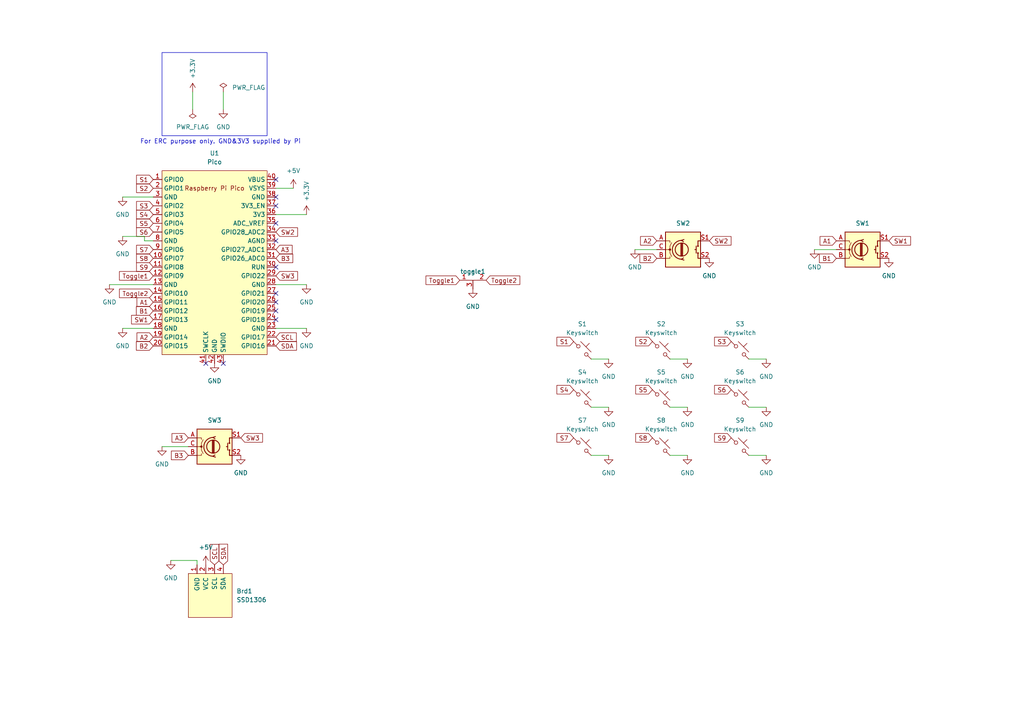
<source format=kicad_sch>
(kicad_sch (version 20230121) (generator eeschema)
  (paper "A4")
  (lib_symbols
    (symbol "Device:RotaryEncoder_Switch" (pin_names (offset 0.254) hide)
      (property "Reference" "SW" (at 0 6.604 0))
      (property "Value" "RotaryEncoder_Switch" (at 0 -6.604 0))
      (symbol "RotaryEncoder_Switch_0_1"
        (rectangle (start -5.08 5.08) (end 5.08 -5.08) (stroke (width 0.254)) (fill (type background)))
        (circle (center -3.81 0) (radius 0.254) (fill (type outline)))
        (circle (center -0.381 0) (radius 1.905) (stroke (width 0.254)))
        (arc (start -0.381 2.667) (mid -3.0988 -0.0635) (end -0.381 -2.794) (stroke (width 0.254)))
        (polyline (pts (xy -0.635 -1.778) (xy -0.635 1.778)) (stroke (width 0.254)))
        (polyline (pts (xy -0.381 -1.778) (xy -0.381 1.778)) (stroke (width 0.254)))
        (polyline (pts (xy -0.127 1.778) (xy -0.127 -1.778)) (stroke (width 0.254)))
        (polyline (pts (xy 3.81 0) (xy 3.429 0)) (stroke (width 0.254)))
        (polyline (pts (xy 3.81 1.016) (xy 3.81 -1.016)) (stroke (width 0.254)))
        (polyline (pts (xy -5.08 -2.54) (xy -3.81 -2.54) (xy -3.81 -2.032)))
        (polyline (pts (xy -5.08 2.54) (xy -3.81 2.54) (xy -3.81 2.032)))
        (polyline (pts (xy 0.254 -3.048) (xy -0.508 -2.794) (xy 0.127 -2.413)) (stroke (width 0.254)))
        (polyline (pts (xy 0.254 2.921) (xy -0.508 2.667) (xy 0.127 2.286)) (stroke (width 0.254)))
        (polyline (pts (xy 5.08 -2.54) (xy 4.318 -2.54) (xy 4.318 -1.016)) (stroke (width 0.254)))
        (polyline (pts (xy 5.08 2.54) (xy 4.318 2.54) (xy 4.318 1.016)) (stroke (width 0.254)))
        (polyline (pts (xy -5.08 0) (xy -3.81 0) (xy -3.81 -1.016) (xy -3.302 -2.032)))
        (polyline (pts (xy -4.318 0) (xy -3.81 0) (xy -3.81 1.016) (xy -3.302 2.032)))
        (circle (center 4.318 -1.016) (radius 0.127) (stroke (width 0.254)))
        (circle (center 4.318 1.016) (radius 0.127) (stroke (width 0.254)))
      )
      (symbol "RotaryEncoder_Switch_1_1"
        (pin passive line (at -7.62 2.54 0) (length 2.54) (name "A") (number "A"))
        (pin passive line (at -7.62 -2.54 0) (length 2.54) (name "B") (number "B"))
        (pin passive line (at -7.62 0 0) (length 2.54) (name "C") (number "C"))
        (pin passive line (at 7.62 2.54 180) (length 2.54) (name "S1") (number "S1"))
        (pin passive line (at 7.62 -2.54 180) (length 2.54) (name "S2") (number "S2"))
      )
    )
    (symbol "MCU_RaspberryPi_and_Boards:Pico"
      (property "Reference" "U" (at -13.97 27.94 0))
      (property "Value" "Pico" (at 0 19.05 0))
      (symbol "Pico_0_0"
        (text "Raspberry Pi Pico" (at 0 21.59 0) (effects (font (size 1.27 1.27))))
      )
      (symbol "Pico_0_1"
        (rectangle (start -15.24 26.67) (end 15.24 -26.67) (fill (type background)))
      )
      (symbol "Pico_1_1"
        (pin bidirectional line (at -17.78 24.13 0) (length 2.54) (name "GPIO0") (number "1"))
        (pin bidirectional line (at -17.78 1.27 0) (length 2.54) (name "GPIO7") (number "10"))
        (pin bidirectional line (at -17.78 -1.27 0) (length 2.54) (name "GPIO8") (number "11"))
        (pin bidirectional line (at -17.78 -3.81 0) (length 2.54) (name "GPIO9") (number "12"))
        (pin power_in line (at -17.78 -6.35 0) (length 2.54) (name "GND") (number "13"))
        (pin bidirectional line (at -17.78 -8.89 0) (length 2.54) (name "GPIO10") (number "14"))
        (pin bidirectional line (at -17.78 -11.43 0) (length 2.54) (name "GPIO11") (number "15"))
        (pin bidirectional line (at -17.78 -13.97 0) (length 2.54) (name "GPIO12") (number "16"))
        (pin bidirectional line (at -17.78 -16.51 0) (length 2.54) (name "GPIO13") (number "17"))
        (pin power_in line (at -17.78 -19.05 0) (length 2.54) (name "GND") (number "18"))
        (pin bidirectional line (at -17.78 -21.59 0) (length 2.54) (name "GPIO14") (number "19"))
        (pin bidirectional line (at -17.78 21.59 0) (length 2.54) (name "GPIO1") (number "2"))
        (pin bidirectional line (at -17.78 -24.13 0) (length 2.54) (name "GPIO15") (number "20"))
        (pin bidirectional line (at 17.78 -24.13 180) (length 2.54) (name "GPIO16") (number "21"))
        (pin bidirectional line (at 17.78 -21.59 180) (length 2.54) (name "GPIO17") (number "22"))
        (pin power_in line (at 17.78 -19.05 180) (length 2.54) (name "GND") (number "23"))
        (pin bidirectional line (at 17.78 -16.51 180) (length 2.54) (name "GPIO18") (number "24"))
        (pin bidirectional line (at 17.78 -13.97 180) (length 2.54) (name "GPIO19") (number "25"))
        (pin bidirectional line (at 17.78 -11.43 180) (length 2.54) (name "GPIO20") (number "26"))
        (pin bidirectional line (at 17.78 -8.89 180) (length 2.54) (name "GPIO21") (number "27"))
        (pin power_in line (at 17.78 -6.35 180) (length 2.54) (name "GND") (number "28"))
        (pin bidirectional line (at 17.78 -3.81 180) (length 2.54) (name "GPIO22") (number "29"))
        (pin power_in line (at -17.78 19.05 0) (length 2.54) (name "GND") (number "3"))
        (pin input line (at 17.78 -1.27 180) (length 2.54) (name "RUN") (number "30"))
        (pin bidirectional line (at 17.78 1.27 180) (length 2.54) (name "GPIO26_ADC0") (number "31"))
        (pin bidirectional line (at 17.78 3.81 180) (length 2.54) (name "GPIO27_ADC1") (number "32"))
        (pin power_in line (at 17.78 6.35 180) (length 2.54) (name "AGND") (number "33"))
        (pin bidirectional line (at 17.78 8.89 180) (length 2.54) (name "GPIO28_ADC2") (number "34"))
        (pin power_in line (at 17.78 11.43 180) (length 2.54) (name "ADC_VREF") (number "35"))
        (pin power_in line (at 17.78 13.97 180) (length 2.54) (name "3V3") (number "36"))
        (pin input line (at 17.78 16.51 180) (length 2.54) (name "3V3_EN") (number "37"))
        (pin bidirectional line (at 17.78 19.05 180) (length 2.54) (name "GND") (number "38"))
        (pin power_in line (at 17.78 21.59 180) (length 2.54) (name "VSYS") (number "39"))
        (pin bidirectional line (at -17.78 16.51 0) (length 2.54) (name "GPIO2") (number "4"))
        (pin power_in line (at 17.78 24.13 180) (length 2.54) (name "VBUS") (number "40"))
        (pin input line (at -2.54 -29.21 90) (length 2.54) (name "SWCLK") (number "41"))
        (pin power_in line (at 0 -29.21 90) (length 2.54) (name "GND") (number "42"))
        (pin bidirectional line (at 2.54 -29.21 90) (length 2.54) (name "SWDIO") (number "43"))
        (pin bidirectional line (at -17.78 13.97 0) (length 2.54) (name "GPIO3") (number "5"))
        (pin bidirectional line (at -17.78 11.43 0) (length 2.54) (name "GPIO4") (number "6"))
        (pin bidirectional line (at -17.78 8.89 0) (length 2.54) (name "GPIO5") (number "7"))
        (pin power_in line (at -17.78 6.35 0) (length 2.54) (name "GND") (number "8"))
        (pin bidirectional line (at -17.78 3.81 0) (length 2.54) (name "GPIO6") (number "9"))
      )
    )
    (symbol "Scotto keedbs:Placeholder_Keyswitch" (pin_numbers hide) (pin_names (offset 1.016) hide)
      (property "Reference" "S" (at 3.048 1.016 0))
      (property "Value" "Keyswitch" (at 0 -3.81 0))
      (symbol "Placeholder_Keyswitch_0_1"
        (circle (center -1.1684 1.1684) (radius 0.508))
        (polyline (pts (xy -0.508 2.54) (xy 2.54 -0.508)))
        (polyline (pts (xy 1.016 1.016) (xy 2.032 2.032)))
        (polyline (pts (xy -2.54 2.54) (xy -1.524 1.524) (xy -1.524 1.524)))
        (polyline (pts (xy 1.524 -1.524) (xy 2.54 -2.54) (xy 2.54 -2.54) (xy 2.54 -2.54)))
        (circle (center 1.143 -1.1938) (radius 0.508))
        (pin passive line (at -2.54 2.54 0) (length 0) (name "1") (number "1"))
        (pin passive line (at 2.54 -2.54 180) (length 0) (name "2") (number "2"))
      )
    )
    (symbol "dis:SSD1306" (pin_names (offset 1.016))
      (property "Reference" "Brd" (at 0 -3.81 0))
      (property "Value" "SSD1306" (at 0 -1.27 0))
      (symbol "SSD1306_0_1"
        (rectangle (start -6.35 6.35) (end 6.35 -6.35) (fill (type background)))
      )
      (symbol "SSD1306_1_1"
        (pin input line (at -3.81 8.89 270) (length 2.54) (name "GND") (number "1"))
        (pin input line (at -1.27 8.89 270) (length 2.54) (name "VCC") (number "2"))
        (pin input line (at 1.27 8.89 270) (length 2.54) (name "SCL") (number "3"))
        (pin input line (at 3.81 8.89 270) (length 2.54) (name "SDA") (number "4"))
      )
    )
    (symbol "power:+3.3V" (power) (pin_names (offset 0))
      (property "Value" "+3.3V" (at 0 3.556 0))
      (symbol "+3.3V_0_1"
        (polyline (pts (xy -0.762 1.27) (xy 0 2.54)))
        (polyline (pts (xy 0 0) (xy 0 2.54)))
        (polyline (pts (xy 0 2.54) (xy 0.762 1.27)))
      )
      (symbol "+3.3V_1_1"
        (pin power_in line (at 0 0 90) (length 0) hide (name "+3.3V") (number "1"))
      )
    )
    (symbol "power:+5V" (power) (pin_names (offset 0))
      (property "Value" "+5V" (at 0 3.556 0))
      (symbol "+5V_0_1"
        (polyline (pts (xy -0.762 1.27) (xy 0 2.54)))
        (polyline (pts (xy 0 0) (xy 0 2.54)))
        (polyline (pts (xy 0 2.54) (xy 0.762 1.27)))
      )
      (symbol "+5V_1_1"
        (pin power_in line (at 0 0 90) (length 0) hide (name "+5V") (number "1"))
      )
    )
    (symbol "power:GND" (power) (pin_names (offset 0))
      (property "Value" "GND" (at 0 -3.81 0))
      (symbol "GND_0_1"
        (polyline (pts (xy 0 0) (xy 0 -1.27) (xy 1.27 -1.27) (xy 0 -2.54) (xy -1.27 -1.27) (xy 0 -1.27)))
      )
      (symbol "GND_1_1"
        (pin power_in line (at 0 0 270) (length 0) hide (name "GND") (number "1"))
      )
    )
    (symbol "power:PWR_FLAG" (power) (pin_numbers hide) (pin_names (offset 0) hide)
      (property "Value" "PWR_FLAG" (at 0 3.81 0))
      (symbol "PWR_FLAG_0_0"
        (pin power_out line (at 0 0 90) (length 0) (name "pwr") (number "1"))
      )
      (symbol "PWR_FLAG_0_1"
        (polyline (pts (xy 0 0) (xy 0 1.27) (xy -1.016 1.905) (xy 0 2.54) (xy 1.016 1.905) (xy 0 1.27)))
      )
    )
    (symbol "toggle_on-off-on_1"
      (property "Reference" "toggle" (at 0 0 0))
      (symbol "toggle_on-off-on_1_0_1"
        (polyline (pts (xy -1.27 -2.54) (xy 1.27 -2.54) (xy 1.27 -2.54)))
      )
      (symbol "toggle_on-off-on_1_1_1"
        (pin output line (at -3.81 -2.54 0) (length 2.54) (name "") (number "1"))
        (pin output line (at 3.81 -2.54 180) (length 2.54) (name "") (number "2"))
        (pin input line (at 0 -5.08 90) (length 2.54) (name "") (number "3"))
      )
    )
  )
  (no_connect (at 80.01 64.77))
  (no_connect (at 80.01 69.85))
  (no_connect (at 80.01 57.15))
  (no_connect (at 64.77 105.41))
  (no_connect (at 59.69 105.41))
  (no_connect (at 80.01 52.07))
  (no_connect (at 80.01 87.63))
  (no_connect (at 80.01 92.71))
  (no_connect (at 80.01 59.69))
  (no_connect (at 80.01 77.47))
  (no_connect (at 80.01 90.17))
  (no_connect (at 80.01 85.09))
  (wire (pts (xy 222.25 118.11) (xy 217.17 118.11)))
  (wire (pts (xy 176.53 104.14) (xy 171.45 104.14)))
  (wire (pts (xy 222.25 132.08) (xy 217.17 132.08)))
  (wire (pts (xy 41.91 68.58) (xy 41.91 69.85)))
  (wire (pts (xy 88.9 95.25) (xy 80.01 95.25)))
  (wire (pts (xy 35.56 95.25) (xy 44.45 95.25)))
  (wire (pts (xy 85.09 54.61) (xy 80.01 54.61)))
  (wire (pts (xy 46.99 129.54) (xy 54.61 129.54)))
  (wire (pts (xy 199.39 118.11) (xy 194.31 118.11)))
  (wire (pts (xy 88.9 62.23) (xy 80.01 62.23)))
  (wire (pts (xy 80.01 82.55) (xy 88.9 82.55)))
  (wire (pts (xy 41.91 69.85) (xy 44.45 69.85)))
  (wire (pts (xy 64.77 26.67) (xy 64.77 31.75)))
  (wire (pts (xy 55.88 26.67) (xy 55.88 31.75)))
  (wire (pts (xy 176.53 132.08) (xy 171.45 132.08)))
  (wire (pts (xy 49.53 162.56) (xy 57.15 162.56)))
  (wire (pts (xy 176.53 118.11) (xy 171.45 118.11)))
  (wire (pts (xy 222.25 104.14) (xy 217.17 104.14)))
  (wire (pts (xy 199.39 132.08) (xy 194.31 132.08)))
  (wire (pts (xy 199.39 104.14) (xy 194.31 104.14)))
  (wire (pts (xy 31.75 82.55) (xy 44.45 82.55)))
  (wire (pts (xy 35.56 57.15) (xy 44.45 57.15)))
  (wire (pts (xy 236.22 72.39) (xy 242.57 72.39)))
  (wire (pts (xy 57.15 162.56) (xy 57.15 163.83)))
  (wire (pts (xy 184.15 72.39) (xy 190.5 72.39)))
  (wire (pts (xy 35.56 68.58) (xy 41.91 68.58)))
  (rectangle (start 46.99 15.24) (end 77.47 39.37))
  (text "For ERC purpose only. GND&3V3 supplied by Pi" (at 40.64 41.91 0) (effects (font (size 1.27 1.27)) (justify left bottom)))
  (global_label "S5" (shape input) (at 189.23 113.03 180) (property "Intersheetrefs" "${INTERSHEET_REFS}" (effects hide)))
  (global_label "A3" (shape input) (at 80.01 72.39 0) (property "Intersheetrefs" "${INTERSHEET_REFS}" (effects hide)))
  (global_label "S4" (shape input) (at 166.37 113.03 180) (property "Intersheetrefs" "${INTERSHEET_REFS}" (effects hide)))
  (global_label "SDA" (shape input) (at 64.77 163.83 90) (property "Intersheetrefs" "${INTERSHEET_REFS}" (effects hide)))
  (global_label "A2" (shape input) (at 190.5 69.85 180) (property "Intersheetrefs" "${INTERSHEET_REFS}" (effects hide)))
  (global_label "S3" (shape input) (at 212.09 99.06 180) (property "Intersheetrefs" "${INTERSHEET_REFS}" (effects hide)))
  (global_label "B3" (shape input) (at 54.61 132.08 180) (property "Intersheetrefs" "${INTERSHEET_REFS}" (effects hide)))
  (global_label "SW3" (shape input) (at 69.85 127 0) (property "Intersheetrefs" "${INTERSHEET_REFS}" (effects hide)))
  (global_label "SDA" (shape input) (at 80.01 100.33 0) (property "Intersheetrefs" "${INTERSHEET_REFS}" (effects hide)))
  (global_label "SCL" (shape input) (at 62.23 163.83 90) (property "Intersheetrefs" "${INTERSHEET_REFS}" (effects hide)))
  (global_label "S4" (shape input) (at 44.45 62.23 180) (property "Intersheetrefs" "${INTERSHEET_REFS}" (effects hide)))
  (global_label "S2" (shape input) (at 44.45 54.61 180) (property "Intersheetrefs" "${INTERSHEET_REFS}" (effects hide)))
  (global_label "SW2" (shape input) (at 205.74 69.85 0) (property "Intersheetrefs" "${INTERSHEET_REFS}" (effects hide)))
  (global_label "S9" (shape input) (at 212.09 127 180) (property "Intersheetrefs" "${INTERSHEET_REFS}" (effects hide)))
  (global_label "S1" (shape input) (at 44.45 52.07 180) (property "Intersheetrefs" "${INTERSHEET_REFS}" (effects hide)))
  (global_label "S6" (shape input) (at 44.45 67.31 180) (property "Intersheetrefs" "${INTERSHEET_REFS}" (effects hide)))
  (global_label "SW2" (shape input) (at 80.01 67.31 0) (property "Intersheetrefs" "${INTERSHEET_REFS}" (effects hide)))
  (global_label "SW1" (shape input) (at 44.45 92.71 180) (property "Intersheetrefs" "${INTERSHEET_REFS}" (effects hide)))
  (global_label "SW3" (shape input) (at 80.01 80.01 0) (property "Intersheetrefs" "${INTERSHEET_REFS}" (effects hide)))
  (global_label "S3" (shape input) (at 44.45 59.69 180) (property "Intersheetrefs" "${INTERSHEET_REFS}" (effects hide)))
  (global_label "B2" (shape input) (at 44.45 100.33 180) (property "Intersheetrefs" "${INTERSHEET_REFS}" (effects hide)))
  (global_label "S1" (shape input) (at 166.37 99.06 180) (property "Intersheetrefs" "${INTERSHEET_REFS}" (effects hide)))
  (global_label "SCL" (shape input) (at 80.01 97.79 0) (property "Intersheetrefs" "${INTERSHEET_REFS}" (effects hide)))
  (global_label "B1" (shape input) (at 44.45 90.17 180) (property "Intersheetrefs" "${INTERSHEET_REFS}" (effects hide)))
  (global_label "S8" (shape input) (at 189.23 127 180) (property "Intersheetrefs" "${INTERSHEET_REFS}" (effects hide)))
  (global_label "SW1" (shape input) (at 257.81 69.85 0) (property "Intersheetrefs" "${INTERSHEET_REFS}" (effects hide)))
  (global_label "A3" (shape input) (at 54.61 127 180) (property "Intersheetrefs" "${INTERSHEET_REFS}" (effects hide)))
  (global_label "S8" (shape input) (at 44.45 74.93 180) (property "Intersheetrefs" "${INTERSHEET_REFS}" (effects hide)))
  (global_label "Toggle2" (shape input) (at 140.97 81.28 0) (property "Intersheetrefs" "${INTERSHEET_REFS}" (effects hide)))
  (global_label "S2" (shape input) (at 189.23 99.06 180) (property "Intersheetrefs" "${INTERSHEET_REFS}" (effects hide)))
  (global_label "B1" (shape input) (at 242.57 74.93 180) (property "Intersheetrefs" "${INTERSHEET_REFS}" (effects hide)))
  (global_label "S9" (shape input) (at 44.45 77.47 180) (property "Intersheetrefs" "${INTERSHEET_REFS}" (effects hide)))
  (global_label "Toggle1" (shape input) (at 133.35 81.28 180) (property "Intersheetrefs" "${INTERSHEET_REFS}" (effects hide)))
  (global_label "S5" (shape input) (at 44.45 64.77 180) (property "Intersheetrefs" "${INTERSHEET_REFS}" (effects hide)))
  (global_label "Toggle2" (shape input) (at 44.45 85.09 180) (property "Intersheetrefs" "${INTERSHEET_REFS}" (effects hide)))
  (global_label "A1" (shape input) (at 44.45 87.63 180) (property "Intersheetrefs" "${INTERSHEET_REFS}" (effects hide)))
  (global_label "S7" (shape input) (at 166.37 127 180) (property "Intersheetrefs" "${INTERSHEET_REFS}" (effects hide)))
  (global_label "Toggle1" (shape input) (at 44.45 80.01 180) (property "Intersheetrefs" "${INTERSHEET_REFS}" (effects hide)))
  (global_label "A1" (shape input) (at 242.57 69.85 180) (property "Intersheetrefs" "${INTERSHEET_REFS}" (effects hide)))
  (global_label "S6" (shape input) (at 212.09 113.03 180) (property "Intersheetrefs" "${INTERSHEET_REFS}" (effects hide)))
  (global_label "B2" (shape input) (at 190.5 74.93 180) (property "Intersheetrefs" "${INTERSHEET_REFS}" (effects hide)))
  (global_label "B3" (shape input) (at 80.01 74.93 0) (property "Intersheetrefs" "${INTERSHEET_REFS}" (effects hide)))
  (global_label "S7" (shape input) (at 44.45 72.39 180) (property "Intersheetrefs" "${INTERSHEET_REFS}" (effects hide)))
  (global_label "A2" (shape input) (at 44.45 97.79 180) (property "Intersheetrefs" "${INTERSHEET_REFS}" (effects hide)))
  (symbol (lib_id "power:GND") (at 62.23 105.41 0) (unit 1)
    (property "Reference" "#PWR027" (effects hide))
    (property "Value" "GND" (at 62.23 110.49 0))
  )
  (symbol (lib_id "power:+3.3V") (at 55.88 26.67 0) (unit 1)
    (property "Reference" "#PWR026" (effects hide))
    (property "Value" "+3.3V" (at 55.88 22.86 90) (effects (justify left)))
  )
  (symbol (lib_id "power:GND") (at 184.15 72.39 0) (unit 1)
    (property "Reference" "#PWR02" (effects hide))
    (property "Value" "GND" (at 184.15 77.47 0))
  )
  (symbol (lib_id "power:GND") (at 199.39 118.11 0) (unit 1)
    (property "Reference" "#PWR013" (effects hide))
    (property "Value" "GND" (at 199.39 123.19 0))
  )
  (symbol (lib_id "Scotto keedbs:Placeholder_Keyswitch") (at 191.77 129.54 0) (unit 1)
    (property "Reference" "S8" (at 191.77 121.92 0))
    (property "Value" "Keyswitch" (at 191.77 124.46 0))
    (property "Footprint" "s_MX:MX_PCB_1.00u" (effects hide))
  )
  (symbol (lib_id "power:GND") (at 35.56 68.58 0) (unit 1)
    (property "Reference" "#PWR029" (effects hide))
    (property "Value" "GND" (at 35.56 73.66 0))
  )
  (symbol (lib_id "Scotto keedbs:Placeholder_Keyswitch") (at 214.63 129.54 0) (unit 1)
    (property "Reference" "S9" (at 214.63 121.92 0))
    (property "Value" "Keyswitch" (at 214.63 124.46 0))
    (property "Footprint" "s_MX:MX_PCB_1.00u" (effects hide))
  )
  (symbol (lib_id "Scotto keedbs:Placeholder_Keyswitch") (at 168.91 115.57 0) (unit 1)
    (property "Reference" "S4" (at 168.91 107.95 0))
    (property "Value" "Keyswitch" (at 168.91 110.49 0))
    (property "Footprint" "s_MX:MX_PCB_1.00u" (effects hide))
  )
  (symbol (lib_id "Scotto keedbs:Placeholder_Keyswitch") (at 214.63 101.6 0) (unit 1)
    (property "Reference" "S3" (at 214.63 93.98 0))
    (property "Value" "Keyswitch" (at 214.63 96.52 0))
    (property "Footprint" "s_MX:MX_PCB_1.00u" (effects hide))
  )
  (symbol (lib_name "toggle_on-off-on_1") (lib_id "Switch:toggle_on-off-on") (at 137.16 78.74 0) (unit 1)
    (property "Reference" "toggle1" (at 137.16 78.74 0))
    (property "Value" "~" (at 137.16 78.74 0))
    (property "Footprint" "Button_Switch_THT:Toggle on-off-on" (effects hide))
  )
  (symbol (lib_id "power:+5V") (at 59.69 163.83 0) (unit 1)
    (property "Reference" "#PWR01" (effects hide))
    (property "Value" "+5V" (at 59.69 158.75 0))
  )
  (symbol (lib_id "power:GND") (at 176.53 132.08 0) (unit 1)
    (property "Reference" "#PWR015" (effects hide))
    (property "Value" "GND" (at 176.53 137.16 0))
  )
  (symbol (lib_id "power:PWR_FLAG") (at 64.77 26.67 0) (unit 1)
    (property "Reference" "#FLG02" (effects hide))
    (property "Value" "PWR_FLAG" (at 67.31 25.4 0) (effects (justify left)))
  )
  (symbol (lib_id "power:GND") (at 176.53 104.14 0) (unit 1)
    (property "Reference" "#PWR09" (effects hide))
    (property "Value" "GND" (at 176.53 109.22 0))
  )
  (symbol (lib_id "power:GND") (at 88.9 95.25 0) (unit 1)
    (property "Reference" "#PWR07" (effects hide))
    (property "Value" "GND" (at 88.9 100.33 0))
  )
  (symbol (lib_id "power:GND") (at 199.39 132.08 0) (unit 1)
    (property "Reference" "#PWR016" (effects hide))
    (property "Value" "GND" (at 199.39 137.16 0))
  )
  (symbol (lib_id "power:GND") (at 88.9 82.55 0) (unit 1)
    (property "Reference" "#PWR025" (effects hide))
    (property "Value" "GND" (at 88.9 87.63 0))
  )
  (symbol (lib_id "power:GND") (at 222.25 132.08 0) (unit 1)
    (property "Reference" "#PWR017" (effects hide))
    (property "Value" "GND" (at 222.25 137.16 0))
  )
  (symbol (lib_id "Device:RotaryEncoder_Switch") (at 250.19 72.39 0) (unit 1)
    (property "Reference" "SW1" (at 250.19 64.77 0))
    (property "Value" "RotaryEncoder_Switch" (effects hide))
    (property "Footprint" "Rotary_Encoder:RotaryEncoder_Alps_EC11E-Switch_Vertical_H20mm" (effects hide))
  )
  (symbol (lib_id "power:GND") (at 199.39 104.14 0) (unit 1)
    (property "Reference" "#PWR010" (effects hide))
    (property "Value" "GND" (at 199.39 109.22 0))
  )
  (symbol (lib_id "power:GND") (at 35.56 95.25 0) (unit 1)
    (property "Reference" "#PWR028" (effects hide))
    (property "Value" "GND" (at 35.56 100.33 0))
  )
  (symbol (lib_id "power:PWR_FLAG") (at 55.88 31.75 180) (unit 1)
    (property "Reference" "#FLG01" (effects hide))
    (property "Value" "PWR_FLAG" (at 55.88 36.83 0))
  )
  (symbol (lib_id "Scotto keedbs:Placeholder_Keyswitch") (at 191.77 115.57 0) (unit 1)
    (property "Reference" "S5" (at 191.77 107.95 0))
    (property "Value" "Keyswitch" (at 191.77 110.49 0))
    (property "Footprint" "s_MX:MX_PCB_1.00u" (effects hide))
  )
  (symbol (lib_id "power:GND") (at 64.77 31.75 0) (unit 1)
    (property "Reference" "#PWR030" (effects hide))
    (property "Value" "GND" (at 64.77 36.83 0))
  )
  (symbol (lib_id "power:GND") (at 222.25 118.11 0) (unit 1)
    (property "Reference" "#PWR012" (effects hide))
    (property "Value" "GND" (at 222.25 123.19 0))
  )
  (symbol (lib_id "power:+5V") (at 85.09 54.61 0) (unit 1)
    (property "Reference" "#PWR04" (effects hide))
    (property "Value" "+5V" (at 85.09 49.53 0))
  )
  (symbol (lib_id "Scotto keedbs:Placeholder_Keyswitch") (at 191.77 101.6 0) (unit 1)
    (property "Reference" "S2" (at 191.77 93.98 0))
    (property "Value" "Keyswitch" (at 191.77 96.52 0))
    (property "Footprint" "s_MX:MX_PCB_1.00u" (effects hide))
  )
  (symbol (lib_id "Device:RotaryEncoder_Switch") (at 198.12 72.39 0) (unit 1)
    (property "Reference" "SW2" (at 198.12 64.77 0))
    (property "Value" "RotaryEncoder_Switch" (effects hide))
    (property "Footprint" "Rotary_Encoder:RotaryEncoder_Alps_EC11E-Switch_Vertical_H20mm" (effects hide))
  )
  (symbol (lib_id "power:GND") (at 176.53 118.11 0) (unit 1)
    (property "Reference" "#PWR014" (effects hide))
    (property "Value" "GND" (at 176.53 123.19 0))
  )
  (symbol (lib_id "power:GND") (at 222.25 104.14 0) (unit 1)
    (property "Reference" "#PWR011" (effects hide))
    (property "Value" "GND" (at 222.25 109.22 0))
  )
  (symbol (lib_id "power:GND") (at 257.81 74.93 0) (unit 1)
    (property "Reference" "#PWR034" (effects hide))
    (property "Value" "GND" (at 257.81 80.01 0))
  )
  (symbol (lib_id "power:GND") (at 31.75 82.55 0) (unit 1)
    (property "Reference" "#PWR022" (effects hide))
    (property "Value" "GND" (at 31.75 87.63 0))
  )
  (symbol (lib_id "power:GND") (at 205.74 74.93 0) (unit 1)
    (property "Reference" "#PWR03" (effects hide))
    (property "Value" "GND" (at 205.74 80.01 0))
  )
  (symbol (lib_id "Scotto keedbs:Placeholder_Keyswitch") (at 168.91 129.54 0) (unit 1)
    (property "Reference" "S7" (at 168.91 121.92 0))
    (property "Value" "Keyswitch" (at 168.91 124.46 0))
    (property "Footprint" "s_MX:MX_PCB_1.00u" (effects hide))
  )
  (symbol (lib_id "power:GND") (at 49.53 162.56 0) (unit 1)
    (property "Reference" "#PWR020" (effects hide))
    (property "Value" "GND" (at 49.53 167.64 0))
  )
  (symbol (lib_id "power:+3.3V") (at 88.9 62.23 0) (unit 1)
    (property "Reference" "#PWR024" (effects hide))
    (property "Value" "+3.3V" (at 88.9 58.42 90) (effects (justify left)))
  )
  (symbol (lib_id "Device:RotaryEncoder_Switch") (at 62.23 129.54 0) (unit 1)
    (property "Reference" "SW3" (at 62.23 121.92 0))
    (property "Value" "RotaryEncoder_Switch" (effects hide))
    (property "Footprint" "Rotary_Encoder:RotaryEncoder_Alps_EC11E-Switch_Vertical_H20mm" (effects hide))
  )
  (symbol (lib_id "power:GND") (at 35.56 57.15 0) (unit 1)
    (property "Reference" "#PWR023" (effects hide))
    (property "Value" "GND" (at 35.56 62.23 0))
  )
  (symbol (lib_id "dis:SSD1306") (at 60.96 172.72 0) (unit 1)
    (property "Reference" "Brd1" (at 68.58 171.45 0) (effects (justify left)))
    (property "Value" "SSD1306" (at 68.58 173.99 0) (effects (justify left)))
    (property "Footprint" "dsada:128x64OLED" (effects hide))
  )
  (symbol (lib_id "Scotto keedbs:Placeholder_Keyswitch") (at 168.91 101.6 0) (unit 1)
    (property "Reference" "S1" (at 168.91 93.98 0))
    (property "Value" "Keyswitch" (at 168.91 96.52 0))
    (property "Footprint" "s_MX:MX_PCB_1.00u" (effects hide))
  )
  (symbol (lib_id "MCU_RaspberryPi_and_Boards:Pico") (at 62.23 76.2 0) (unit 1)
    (property "Reference" "U1" (at 62.23 44.45 0))
    (property "Value" "Pico" (at 62.23 46.99 0))
    (property "Footprint" "MCU_RaspberryPi_and_Boards:RPi_Pico_SMD_TH" (effects hide))
  )
  (symbol (lib_id "Scotto keedbs:Placeholder_Keyswitch") (at 214.63 115.57 0) (unit 1)
    (property "Reference" "S6" (at 214.63 107.95 0))
    (property "Value" "Keyswitch" (at 214.63 110.49 0))
    (property "Footprint" "s_MX:MX_PCB_1.00u" (effects hide))
  )
  (symbol (lib_id "power:GND") (at 137.16 83.82 0) (unit 1)
    (property "Reference" "#PWR08" (effects hide))
    (property "Value" "GND" (at 137.16 88.9 0))
  )
  (symbol (lib_id "power:GND") (at 46.99 129.54 0) (unit 1)
    (property "Reference" "#PWR05" (effects hide))
    (property "Value" "GND" (at 46.99 134.62 0))
  )
  (symbol (lib_id "power:GND") (at 236.22 72.39 0) (unit 1)
    (property "Reference" "#PWR033" (effects hide))
    (property "Value" "GND" (at 236.22 77.47 0))
  )
  (symbol (lib_id "power:GND") (at 69.85 132.08 0) (unit 1)
    (property "Reference" "#PWR06" (effects hide))
    (property "Value" "GND" (at 69.85 137.16 0))
  )
)
</source>
